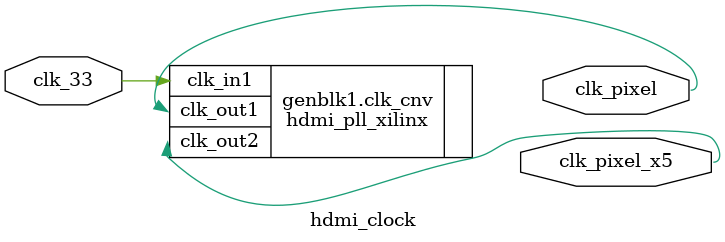
<source format=sv>
`timescale 1ns / 1ns

module hdmi_clock
  #(
     parameter int VIDEO_ID_CODE = 1
   )
   (
     input logic clk_33,
     output logic clk_pixel,
     output logic clk_pixel_x5
   );
//  Mode 1   
//  MULT_F = 30.250,      // CLKFBOUT_MULT_F
//  DIVCLK_DIVIDE = 1,    // DIVCLK_DIVIDE
//  DIV1_F = 40.0,        // CLKOUT0_DIVIDE_F
//  DIV2 = 8,             // CLKOUT1_DIVIDE
//  CLKIN_PERIOD = 30.0   // CLKIN_PERIOD

//  Mode 4   
//  MULT_F = 44.624,      // CLKFBOUT_MULT_F
//  DIVCLK_DIVIDE = 2,    // DIVCLK_DIVIDE
//  DIV1_F = 10.0,        // CLKOUT0_DIVIDE_F
//  DIV2 = 2,             // CLKOUT1_DIVIDE
//  CLKIN_PERIOD = 30.0   // CLKIN_PERIOD
   
  generate
    case (VIDEO_ID_CODE)
      1:  // 640x480 25.2MHz
        hdmi_pll_xilinx  #(.MULT_F(16.125), .DIVCLK_DIVIDE(2), .DIV1_F(40.0), .DIV2(8), .CLKIN_PERIOD(8.0))
        clk_cnv (.clk_in1(clk_33), .clk_out1(clk_pixel), .clk_out2(clk_pixel_x5));
      4:  // 1280x720 74.25MHz
        hdmi_pll_xilinx  #(.MULT_F(62.375), .DIVCLK_DIVIDE(7), .DIV1_F(15.0), .DIV2(3), .CLKIN_PERIOD(8.0))
        clk_cnv (.clk_in1(clk_33), .clk_out1(clk_pixel), .clk_out2(clk_pixel_x5));
      5:  // 800x600 40.0MHz
        hdmi_pll_xilinx  #(.MULT_F(8.00), .DIVCLK_DIVIDE(1), .DIV1_F(25.0), .DIV2(5), .CLKIN_PERIOD(8.0))
        clk_cnv (.clk_in1(clk_33), .clk_out1(clk_pixel), .clk_out2(clk_pixel_x5));
      6:  // 1024x600 48.964 MHz
        hdmi_pll_xilinx  #(.MULT_F(23.5), .DIVCLK_DIVIDE(3), .DIV1_F(20.0), .DIV2(4), .CLKIN_PERIOD(8.0))
        clk_cnv (.clk_in1(clk_33), .clk_out1(clk_pixel), .clk_out2(clk_pixel_x5));
      16:  // 1920x1080  	148.5MHz
        hdmi_pll_xilinx  #(.MULT_F(11.875), .DIVCLK_DIVIDE(2), .DIV1_F(5.0), .DIV2(1), .CLKIN_PERIOD(8.0))
        clk_cnv (.clk_in1(clk_33), .clk_out1(clk_pixel), .clk_out2(clk_pixel_x5));
    endcase
  endgenerate
endmodule

</source>
